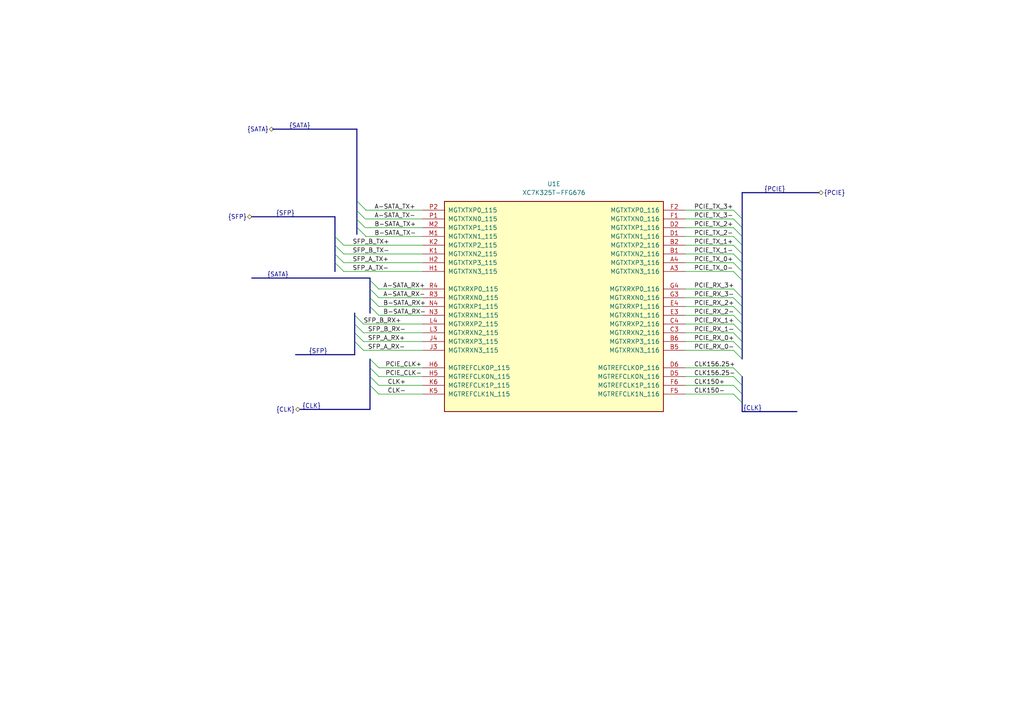
<source format=kicad_sch>
(kicad_sch (version 20230121) (generator eeschema)
  (paper "A4")
  (bus_alias "CLK" (members "CLK+" "CLK-" "PCIE_CLK+" "PCIE_CLK-" "CLK156.25+" "CLK156.25-" "CLK150+" "CLK150-"))
  (bus_alias "PCIE" (members "PCIE_TX_3+" "PCIE_TX_3-" "PCIE_RX_3+" "PCIE_RX_3-" "PCIE_TX_2+" "PCIE_TX_2-" "PCIE_RX_2+" "PCIE_RX_2-" "PCIE_TX_1+" "PCIE_TX_1-" "PCIE_RX_1+" "PCIE_RX_1-" "PCIE_TX_0+" "PCIE_TX_0-" "PCIE_RX_0+" "PCIE_RX_0-"))
  (bus_alias "SATA" (members "A-SATA_TX+" "A-SATA_TX-" "B-SATA_TX+" "B-SATA_TX-" "A-SATA_RX+" "A-SATA_RX-" "B-SATA_RX+" "B-SATA_RX-"))
  (bus_alias "SFP" (members "SFP_B_TX+" "SFP_B_TX-" "SFP_B_RX+" "SFP_B_RX-" "SFP_A_TX+" "SFP_A_TX-" "SFP_A_RX+" "SFP_A_RX-"))
  (bus_entry (at 215.265 86.36) (size -2.54 -2.54))
  (bus_entry (at 212.725 78.74) (size 2.54 2.54))
  (bus_entry (at 103.378 63.5) (size 2.54 2.54))
  (bus_entry (at 212.725 66.04) (size 2.54 2.54))
  (bus_entry (at 215.265 63.5) (size -2.54 -2.54))
  (bus_entry (at 107.315 81.28) (size 2.54 2.54))
  (bus_entry (at 109.855 114.3) (size -2.54 -2.54))
  (bus_entry (at 109.855 106.68) (size -2.54 -2.54))
  (bus_entry (at 103.632 66.04) (size 2.54 2.54))
  (bus_entry (at 107.315 88.9) (size 2.54 2.54))
  (bus_entry (at 212.725 86.36) (size 2.54 2.54))
  (bus_entry (at 212.725 71.12) (size 2.54 2.54))
  (bus_entry (at 107.315 86.36) (size 2.54 2.54))
  (bus_entry (at 102.87 91.44) (size 2.54 2.54))
  (bus_entry (at 212.725 93.98) (size 2.54 2.54))
  (bus_entry (at 212.725 76.2) (size 2.54 2.54))
  (bus_entry (at 102.87 99.06) (size 2.54 2.54))
  (bus_entry (at 212.725 99.06) (size 2.54 2.54))
  (bus_entry (at 212.725 114.3) (size 2.54 2.54))
  (bus_entry (at 103.632 58.42) (size 2.54 2.54))
  (bus_entry (at 109.855 111.76) (size -2.54 -2.54))
  (bus_entry (at 212.725 101.6) (size 2.54 2.54))
  (bus_entry (at 102.87 93.98) (size 2.54 2.54))
  (bus_entry (at 212.725 106.68) (size 2.54 2.54))
  (bus_entry (at 212.725 68.58) (size 2.54 2.54))
  (bus_entry (at 97.155 73.66) (size 2.54 2.54))
  (bus_entry (at 102.87 96.52) (size 2.54 2.54))
  (bus_entry (at 109.855 109.22) (size -2.54 -2.54))
  (bus_entry (at 212.725 63.5) (size 2.54 2.54))
  (bus_entry (at 103.378 60.96) (size 2.54 2.54))
  (bus_entry (at 212.725 73.66) (size 2.54 2.54))
  (bus_entry (at 97.155 71.12) (size 2.54 2.54))
  (bus_entry (at 212.725 88.9) (size 2.54 2.54))
  (bus_entry (at 97.155 76.2) (size 2.54 2.54))
  (bus_entry (at 97.155 68.58) (size 2.54 2.54))
  (bus_entry (at 212.725 91.44) (size 2.54 2.54))
  (bus_entry (at 212.725 96.52) (size 2.54 2.54))
  (bus_entry (at 212.725 109.22) (size 2.54 2.54))
  (bus_entry (at 212.725 111.76) (size 2.54 2.54))
  (bus_entry (at 107.315 83.82) (size 2.54 2.54))
  (wire (pts (xy 106.045 66.04) (xy 122.555 66.04)))
  (bus (pts (xy 73.025 80.645) (xy 107.315 80.645)))
  (bus (pts (xy 97.155 76.2) (xy 97.155 78.74)))
  (wire (pts (xy 198.755 71.12) (xy 212.725 71.12)))
  (bus (pts (xy 107.315 88.9) (xy 107.315 86.36)))
  (wire (pts (xy 105.41 96.52) (xy 122.555 96.52)))
  (wire (pts (xy 106.172 68.58) (xy 122.555 68.58)))
  (wire (pts (xy 109.855 86.36) (xy 122.555 86.36)))
  (wire (pts (xy 99.695 73.66) (xy 122.555 73.66)))
  (wire (pts (xy 198.755 101.6) (xy 212.725 101.6)))
  (wire (pts (xy 99.695 78.74) (xy 122.555 78.74)))
  (bus (pts (xy 107.315 106.68) (xy 107.315 109.22)))
  (bus (pts (xy 97.155 73.66) (xy 97.155 76.2)))
  (bus (pts (xy 215.265 119.38) (xy 231.14 119.38)))
  (bus (pts (xy 215.265 76.2) (xy 215.265 73.66)))
  (bus (pts (xy 215.265 101.6) (xy 215.265 99.06)))
  (wire (pts (xy 198.755 96.52) (xy 212.725 96.52)))
  (wire (pts (xy 198.755 66.04) (xy 212.725 66.04)))
  (wire (pts (xy 198.755 114.3) (xy 212.725 114.3)))
  (wire (pts (xy 198.755 83.82) (xy 212.725 83.82)))
  (bus (pts (xy 85.725 102.87) (xy 102.87 102.87)))
  (bus (pts (xy 73.025 62.865) (xy 97.155 62.865)))
  (bus (pts (xy 215.265 81.28) (xy 215.265 86.36)))
  (wire (pts (xy 106.045 63.5) (xy 122.555 63.5)))
  (bus (pts (xy 79.121 37.465) (xy 103.505 37.465)))
  (wire (pts (xy 198.755 68.58) (xy 212.725 68.58)))
  (bus (pts (xy 102.87 99.06) (xy 102.87 102.87)))
  (wire (pts (xy 198.755 88.9) (xy 212.725 88.9)))
  (bus (pts (xy 107.315 83.82) (xy 107.315 81.28)))
  (bus (pts (xy 215.265 78.74) (xy 215.265 76.2)))
  (bus (pts (xy 86.995 118.745) (xy 107.315 118.745)))
  (wire (pts (xy 106.045 60.96) (xy 106.172 60.96)))
  (bus (pts (xy 215.265 99.06) (xy 215.265 96.52)))
  (wire (pts (xy 198.755 91.44) (xy 212.725 91.44)))
  (wire (pts (xy 109.855 106.68) (xy 122.555 106.68)))
  (bus (pts (xy 97.155 62.865) (xy 97.155 68.58)))
  (wire (pts (xy 198.755 60.96) (xy 212.725 60.96)))
  (bus (pts (xy 215.265 96.52) (xy 215.265 93.98)))
  (wire (pts (xy 109.855 109.22) (xy 122.555 109.22)))
  (wire (pts (xy 99.695 71.12) (xy 122.555 71.12)))
  (bus (pts (xy 107.315 90.805) (xy 107.315 88.9)))
  (wire (pts (xy 105.41 101.6) (xy 122.555 101.6)))
  (wire (pts (xy 109.855 111.76) (xy 122.555 111.76)))
  (wire (pts (xy 198.755 76.2) (xy 212.725 76.2)))
  (bus (pts (xy 102.87 91.44) (xy 102.87 93.98)))
  (bus (pts (xy 103.505 37.465) (xy 103.505 67.945)))
  (bus (pts (xy 215.265 73.66) (xy 215.265 71.12)))
  (wire (pts (xy 198.755 106.68) (xy 212.725 106.68)))
  (bus (pts (xy 107.315 109.22) (xy 107.315 111.76)))
  (bus (pts (xy 97.155 71.12) (xy 97.155 73.66)))
  (wire (pts (xy 198.755 86.36) (xy 212.725 86.36)))
  (bus (pts (xy 215.265 71.12) (xy 215.265 68.58)))
  (bus (pts (xy 215.265 68.58) (xy 215.265 66.04)))
  (wire (pts (xy 109.855 91.44) (xy 122.555 91.44)))
  (bus (pts (xy 215.265 114.3) (xy 215.265 116.84)))
  (wire (pts (xy 106.045 68.58) (xy 106.172 68.58)))
  (bus (pts (xy 215.265 86.36) (xy 215.265 88.9)))
  (bus (pts (xy 215.265 93.98) (xy 215.265 91.44)))
  (bus (pts (xy 107.315 86.36) (xy 107.315 83.82)))
  (wire (pts (xy 198.755 73.66) (xy 212.725 73.66)))
  (bus (pts (xy 215.265 55.88) (xy 215.265 63.5)))
  (bus (pts (xy 215.265 91.44) (xy 215.265 88.9)))
  (bus (pts (xy 215.265 109.22) (xy 215.265 111.76)))
  (wire (pts (xy 105.41 99.06) (xy 122.555 99.06)))
  (bus (pts (xy 102.87 93.98) (xy 102.87 96.52)))
  (bus (pts (xy 107.315 81.28) (xy 107.315 80.645)))
  (wire (pts (xy 198.755 78.74) (xy 212.725 78.74)))
  (bus (pts (xy 215.265 81.28) (xy 215.265 78.74)))
  (bus (pts (xy 107.315 104.14) (xy 107.315 106.68)))
  (wire (pts (xy 198.755 99.06) (xy 212.725 99.06)))
  (bus (pts (xy 215.265 104.14) (xy 215.265 101.6)))
  (wire (pts (xy 198.755 93.98) (xy 212.725 93.98)))
  (wire (pts (xy 105.41 93.98) (xy 122.555 93.98)))
  (wire (pts (xy 109.855 88.9) (xy 122.555 88.9)))
  (wire (pts (xy 198.755 63.5) (xy 212.725 63.5)))
  (wire (pts (xy 198.755 111.76) (xy 212.725 111.76)))
  (bus (pts (xy 102.87 96.52) (xy 102.87 99.06)))
  (wire (pts (xy 99.695 76.2) (xy 122.555 76.2)))
  (bus (pts (xy 215.265 55.88) (xy 237.49 55.88)))
  (bus (pts (xy 215.265 116.84) (xy 215.265 119.38)))
  (bus (pts (xy 215.265 111.76) (xy 215.265 114.3)))
  (wire (pts (xy 106.172 60.96) (xy 122.555 60.96)))
  (bus (pts (xy 102.87 90.805) (xy 102.87 91.44)))
  (wire (pts (xy 109.855 114.3) (xy 122.555 114.3)))
  (wire (pts (xy 109.855 83.82) (xy 122.555 83.82)))
  (bus (pts (xy 107.315 111.76) (xy 107.315 118.745)))
  (bus (pts (xy 97.155 68.58) (xy 97.155 71.12)))
  (wire (pts (xy 198.755 109.22) (xy 212.725 109.22)))
  (bus (pts (xy 215.265 63.5) (xy 215.265 66.04)))
  (label "{SATA}" (at 83.82 37.465 0))
  (label "B-SATA_TX-" (at 108.585 68.58 0))
  (label "PCIE_RX_2+" (at 201.295 88.9 0))
  (label "{CLK}" (at 220.98 119.38 180))
  (label "CLK-" (at 112.395 114.3 0))
  (label "A-SATA_TX+" (at 108.585 60.96 0))
  (label "PCIE_TX_1-" (at 201.295 73.66 0))
  (label "{PCIE}" (at 221.615 55.88 0))
  (label "PCIE_RX_3+" (at 201.295 83.82 0))
  (label "B-SATA_TX+" (at 108.585 66.04 0))
  (label "PCIE_CLK-" (at 111.76 109.22 0))
  (label "{SFP}" (at 80.01 62.865 0))
  (label "PCIE_RX_2-" (at 201.295 91.44 0))
  (label "SFP_B_TX+" (at 102.235 71.12 0))
  (label "CLK150-" (at 201.295 114.3 0))
  (label "SFP_A_TX-" (at 102.235 78.74 0))
  (label "PCIE_TX_3-" (at 201.295 63.5 0))
  (label "CLK150+" (at 201.295 111.76 0))
  (label "{SFP}" (at 89.535 102.87 0))
  (label "SFP_A_RX+" (at 106.68 99.06 0))
  (label "B-SATA_RX-" (at 111.125 91.44 0))
  (label "B-SATA_RX+" (at 111.125 88.9 0))
  (label "SFP_B_RX+" (at 105.41 93.98 0))
  (label "PCIE_RX_3-" (at 201.295 86.36 0))
  (label "PCIE_RX_1-" (at 201.295 96.52 0))
  (label "CLK156.25-" (at 201.295 109.22 0))
  (label "PCIE_RX_0+" (at 201.295 99.06 0))
  (label "{CLK}" (at 87.63 118.745 0))
  (label "PCIE_TX_1+" (at 201.295 71.12 0))
  (label "PCIE_TX_3+" (at 201.295 60.96 0))
  (label "PCIE_TX_2+" (at 201.295 66.04 0))
  (label "PCIE_TX_0-" (at 201.295 78.74 0))
  (label "CLK+" (at 112.395 111.76 0))
  (label "PCIE_TX_2-" (at 201.295 68.58 0))
  (label "A-SATA_TX-" (at 108.585 63.5 0))
  (label "PCIE_RX_0-" (at 201.295 101.6 0))
  (label "PCIE_CLK+" (at 111.76 106.68 0))
  (label "A-SATA_RX-" (at 111.125 86.36 0))
  (label "{SATA}" (at 77.47 80.645 0))
  (label "A-SATA_RX+" (at 111.125 83.82 0))
  (label "PCIE_TX_0+" (at 201.295 76.2 0))
  (label "SFP_A_TX+" (at 102.235 76.2 0))
  (label "CLK156.25+" (at 201.295 106.68 0))
  (label "PCIE_RX_1+" (at 201.295 93.98 0))
  (label "SFP_B_RX-" (at 106.68 96.52 0))
  (label "SFP_B_TX-" (at 102.235 73.66 0))
  (label "SFP_A_RX-" (at 106.68 101.6 0))
  (hierarchical_label "{CLK}" (shape bidirectional) (at 86.995 118.745 180))
  (hierarchical_label "{SATA}" (shape bidirectional) (at 79.375 37.465 180))
  (hierarchical_label "{PCIE}" (shape bidirectional) (at 237.49 55.88 0))
  (hierarchical_label "{SFP}" (shape bidirectional) (at 73.025 62.865 180))
  (symbol (lib_id "FPGA_Xilinx_Kintex7:XC7K325T-FFG676") (at 160.655 88.9 0) (unit 5)
    (property "Reference" "U1" (at 160.655 53.34 0))
    (property "Value" "XC7K325T-FFG676" (at 160.655 55.88 0))
    (property "Footprint" "Package_BGA:Xilinx_FFG676" (effects hide))
  )
)
</source>
